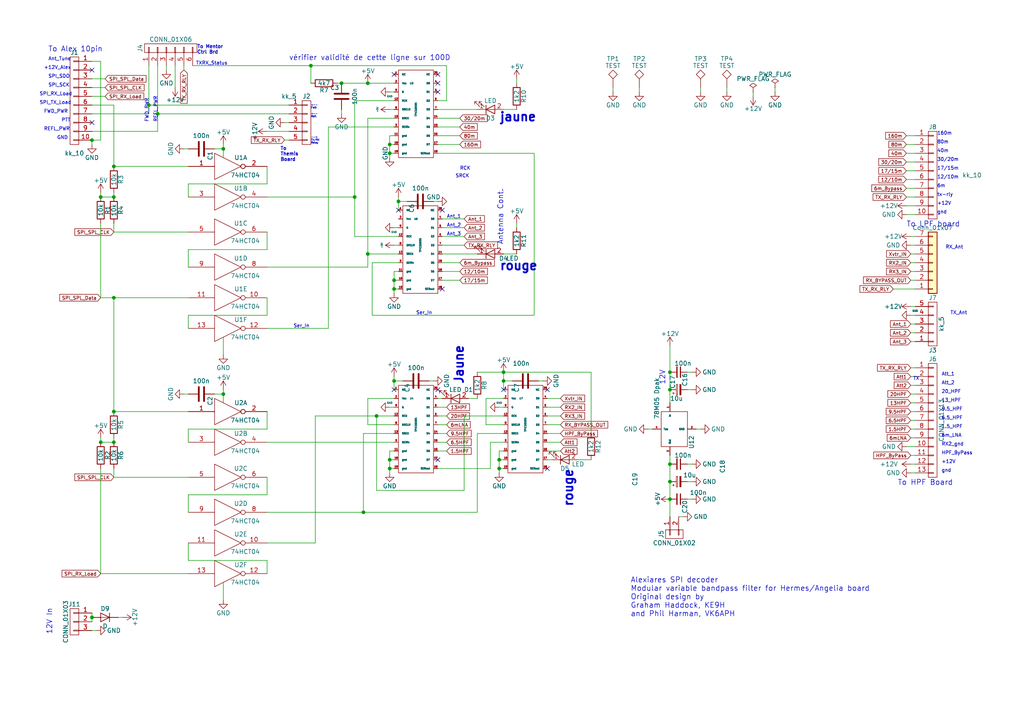
<source format=kicad_sch>
(kicad_sch (version 20211123) (generator eeschema)
  (paper "A4")
  (junction (at 115.57 58.42))
  (junction (at 33.02 119.38))
  (junction (at 26.67 40.64))
  (junction (at 106.68 24.13))
  (junction (at 64.77 114.3))
  (junction (at 33.02 128.27))
  (junction (at 146.05 110.49))
  (junction (at 105.41 148.59))
  (junction (at 90.17 19.05))
  (junction (at 113.03 135.89))
  (junction (at 106.68 73.66))
  (junction (at 114.3 110.49))
  (junction (at 194.31 144.78))
  (junction (at 26.67 179.07))
  (junction (at 114.3 83.82))
  (junction (at 45.72 33.02))
  (junction (at 99.06 24.13))
  (junction (at 33.02 48.26))
  (junction (at 113.03 44.45))
  (junction (at 109.22 120.65))
  (junction (at 146.05 107.95))
  (junction (at 33.02 86.36))
  (junction (at 194.31 113.03))
  (junction (at 114.3 81.28))
  (junction (at 113.03 133.35))
  (junction (at 194.31 139.7))
  (junction (at 113.03 41.91))
  (junction (at 102.87 57.15))
  (junction (at 194.31 107.95))
  (junction (at 43.18 30.48))
  (junction (at 194.31 134.62))
  (junction (at 144.78 135.89))
  (junction (at 33.02 57.15))
  (junction (at 29.21 57.15))
  (junction (at 64.77 43.18))
  (junction (at 144.78 133.35))
  (junction (at 29.21 128.27))
  (no_connect (at 26.67 35.56))
  (no_connect (at 127 133.35))
  (no_connect (at 128.27 83.82))
  (no_connect (at 26.67 20.32))
  (no_connect (at 114.3 21.59))
  (no_connect (at 158.75 135.89))
  (no_connect (at 146.05 113.03))
  (no_connect (at 127 24.13))
  (no_connect (at 115.57 60.96))
  (no_connect (at 127 21.59))
  (no_connect (at 128.27 60.96))
  (no_connect (at 127 26.67))
  (no_connect (at 114.3 113.03))
  (no_connect (at 158.75 113.03))
  (no_connect (at 127 113.03))
  (wire (pts (xy 162.56 118.11) (xy 158.75 118.11)))
  (wire (pts (xy 124.46 110.49) (xy 125.73 110.49)))
  (wire (pts (xy 54.61 72.39) (xy 54.61 77.47)))
  (wire (pts (xy 77.47 166.37) (xy 77.47 162.56)))
  (wire (pts (xy 54.61 43.18) (xy 53.34 43.18)))
  (wire (pts (xy 114.3 110.49) (xy 114.3 113.03)))
  (wire (pts (xy 77.47 95.25) (xy 95.25 95.25)))
  (wire (pts (xy 30.48 27.94) (xy 26.67 27.94)))
  (wire (pts (xy 64.77 41.91) (xy 64.77 43.18)))
  (wire (pts (xy 91.44 157.48) (xy 77.47 157.48)))
  (wire (pts (xy 127 29.21) (xy 129.54 29.21)))
  (wire (pts (xy 97.79 24.13) (xy 99.06 24.13)))
  (wire (pts (xy 77.47 91.44) (xy 54.61 91.44)))
  (wire (pts (xy 265.43 81.28) (xy 264.16 81.28)))
  (wire (pts (xy 54.61 91.44) (xy 54.61 95.25)))
  (wire (pts (xy 50.8 19.05) (xy 50.8 25.4)))
  (wire (pts (xy 262.89 129.54) (xy 265.43 129.54)))
  (wire (pts (xy 26.67 30.48) (xy 33.02 30.48)))
  (wire (pts (xy 43.18 19.05) (xy 43.18 30.48)))
  (wire (pts (xy 160.02 133.35) (xy 158.75 133.35)))
  (wire (pts (xy 114.3 118.11) (xy 113.03 118.11)))
  (wire (pts (xy 133.35 36.83) (xy 127 36.83)))
  (wire (pts (xy 113.03 135.89) (xy 113.03 137.16)))
  (wire (pts (xy 64.77 43.18) (xy 64.77 45.72)))
  (wire (pts (xy 102.87 29.21) (xy 102.87 57.15)))
  (wire (pts (xy 106.68 34.29) (xy 106.68 73.66)))
  (wire (pts (xy 140.97 115.57) (xy 146.05 115.57)))
  (wire (pts (xy 109.22 120.65) (xy 114.3 120.65)))
  (wire (pts (xy 77.47 86.36) (xy 77.47 91.44)))
  (wire (pts (xy 134.62 142.24) (xy 109.22 142.24)))
  (wire (pts (xy 90.17 24.13) (xy 90.17 19.05)))
  (wire (pts (xy 107.95 76.2) (xy 115.57 76.2)))
  (wire (pts (xy 113.03 130.81) (xy 113.03 133.35)))
  (wire (pts (xy 95.25 36.83) (xy 114.3 36.83)))
  (wire (pts (xy 114.3 81.28) (xy 114.3 83.82)))
  (wire (pts (xy 106.68 77.47) (xy 77.47 77.47)))
  (wire (pts (xy 82.55 35.56) (xy 83.82 35.56)))
  (wire (pts (xy 54.61 124.46) (xy 54.61 128.27)))
  (wire (pts (xy 54.61 67.31) (xy 33.02 67.31)))
  (wire (pts (xy 26.67 177.8) (xy 26.67 179.07)))
  (wire (pts (xy 162.56 125.73) (xy 158.75 125.73)))
  (wire (pts (xy 158.75 128.27) (xy 162.56 128.27)))
  (wire (pts (xy 77.47 53.34) (xy 54.61 53.34)))
  (wire (pts (xy 264.16 76.2) (xy 265.43 76.2)))
  (wire (pts (xy 114.3 109.22) (xy 114.3 110.49)))
  (wire (pts (xy 128.27 68.58) (xy 134.62 68.58)))
  (wire (pts (xy 133.35 39.37) (xy 127 39.37)))
  (wire (pts (xy 129.54 19.05) (xy 90.17 19.05)))
  (wire (pts (xy 194.31 134.62) (xy 194.31 139.7)))
  (wire (pts (xy 77.47 57.15) (xy 102.87 57.15)))
  (wire (pts (xy 146.05 123.19) (xy 140.97 123.19)))
  (wire (pts (xy 218.44 26.67) (xy 218.44 27.94)))
  (wire (pts (xy 262.89 57.15) (xy 265.43 57.15)))
  (wire (pts (xy 133.35 34.29) (xy 127 34.29)))
  (wire (pts (xy 48.26 20.32) (xy 48.26 19.05)))
  (wire (pts (xy 149.86 64.77) (xy 149.86 66.04)))
  (wire (pts (xy 45.72 33.02) (xy 45.72 38.1)))
  (wire (pts (xy 264.16 132.08) (xy 265.43 132.08)))
  (wire (pts (xy 33.02 86.36) (xy 54.61 86.36)))
  (wire (pts (xy 26.67 40.64) (xy 26.67 41.91)))
  (wire (pts (xy 264.16 99.06) (xy 265.43 99.06)))
  (wire (pts (xy 146.05 31.75) (xy 149.86 31.75)))
  (wire (pts (xy 265.43 109.22) (xy 264.16 109.22)))
  (wire (pts (xy 194.31 113.03) (xy 194.31 116.84)))
  (wire (pts (xy 264.16 137.16) (xy 265.43 137.16)))
  (wire (pts (xy 90.17 19.05) (xy 55.88 19.05)))
  (wire (pts (xy 134.62 120.65) (xy 134.62 142.24)))
  (wire (pts (xy 158.75 130.81) (xy 162.56 130.81)))
  (wire (pts (xy 224.79 25.4) (xy 224.79 26.67)))
  (wire (pts (xy 200.66 139.7) (xy 199.39 139.7)))
  (wire (pts (xy 129.54 118.11) (xy 127 118.11)))
  (wire (pts (xy 262.89 59.69) (xy 265.43 59.69)))
  (wire (pts (xy 264.16 121.92) (xy 265.43 121.92)))
  (wire (pts (xy 264.16 78.74) (xy 265.43 78.74)))
  (wire (pts (xy 128.27 71.12) (xy 134.62 71.12)))
  (wire (pts (xy 262.89 49.53) (xy 265.43 49.53)))
  (wire (pts (xy 156.21 110.49) (xy 157.48 110.49)))
  (wire (pts (xy 265.43 106.68) (xy 264.16 106.68)))
  (wire (pts (xy 77.47 48.26) (xy 77.47 53.34)))
  (wire (pts (xy 129.54 128.27) (xy 127 128.27)))
  (wire (pts (xy 29.21 40.64) (xy 26.67 40.64)))
  (wire (pts (xy 264.16 93.98) (xy 265.43 93.98)))
  (wire (pts (xy 133.35 81.28) (xy 128.27 81.28)))
  (wire (pts (xy 262.89 44.45) (xy 265.43 44.45)))
  (wire (pts (xy 106.68 24.13) (xy 114.3 24.13)))
  (wire (pts (xy 158.75 123.19) (xy 162.56 123.19)))
  (wire (pts (xy 265.43 83.82) (xy 259.08 83.82)))
  (wire (pts (xy 200.66 144.78) (xy 199.39 144.78)))
  (wire (pts (xy 127 44.45) (xy 154.94 44.45)))
  (wire (pts (xy 133.35 78.74) (xy 128.27 78.74)))
  (wire (pts (xy 115.57 78.74) (xy 114.3 78.74)))
  (wire (pts (xy 99.06 24.13) (xy 106.68 24.13)))
  (wire (pts (xy 29.21 135.89) (xy 29.21 166.37)))
  (wire (pts (xy 203.2 25.4) (xy 203.2 26.67)))
  (wire (pts (xy 146.05 107.95) (xy 146.05 110.49)))
  (wire (pts (xy 26.67 182.88) (xy 27.94 182.88)))
  (wire (pts (xy 64.77 114.3) (xy 64.77 116.84)))
  (wire (pts (xy 30.48 25.4) (xy 26.67 25.4)))
  (wire (pts (xy 106.68 34.29) (xy 114.3 34.29)))
  (wire (pts (xy 83.82 33.02) (xy 45.72 33.02)))
  (wire (pts (xy 200.66 134.62) (xy 199.39 134.62)))
  (wire (pts (xy 29.21 57.15) (xy 29.21 55.88)))
  (wire (pts (xy 45.72 19.05) (xy 45.72 33.02)))
  (wire (pts (xy 29.21 64.77) (xy 29.21 86.36)))
  (wire (pts (xy 200.66 107.95) (xy 199.39 107.95)))
  (wire (pts (xy 264.16 68.58) (xy 265.43 68.58)))
  (wire (pts (xy 114.3 39.37) (xy 113.03 39.37)))
  (wire (pts (xy 194.31 139.7) (xy 194.31 144.78)))
  (wire (pts (xy 146.05 125.73) (xy 138.43 125.73)))
  (wire (pts (xy 264.16 119.38) (xy 265.43 119.38)))
  (wire (pts (xy 264.16 124.46) (xy 265.43 124.46)))
  (wire (pts (xy 26.67 179.07) (xy 26.67 180.34)))
  (wire (pts (xy 77.47 119.38) (xy 77.47 124.46)))
  (wire (pts (xy 133.35 41.91) (xy 127 41.91)))
  (wire (pts (xy 113.03 44.45) (xy 113.03 45.72)))
  (wire (pts (xy 194.31 132.08) (xy 194.31 134.62)))
  (wire (pts (xy 29.21 128.27) (xy 29.21 127)))
  (wire (pts (xy 264.16 114.3) (xy 265.43 114.3)))
  (wire (pts (xy 91.44 120.65) (xy 91.44 157.48)))
  (wire (pts (xy 43.18 30.48) (xy 43.18 33.02)))
  (wire (pts (xy 77.47 67.31) (xy 77.47 72.39)))
  (wire (pts (xy 115.57 83.82) (xy 114.3 83.82)))
  (wire (pts (xy 198.12 149.86) (xy 196.85 149.86)))
  (wire (pts (xy 129.54 130.81) (xy 127 130.81)))
  (wire (pts (xy 114.3 29.21) (xy 102.87 29.21)))
  (wire (pts (xy 177.8 25.4) (xy 177.8 26.67)))
  (wire (pts (xy 53.34 19.05) (xy 53.34 20.32)))
  (wire (pts (xy 142.24 128.27) (xy 142.24 135.89)))
  (wire (pts (xy 33.02 67.31) (xy 33.02 64.77)))
  (wire (pts (xy 29.21 166.37) (xy 54.61 166.37)))
  (wire (pts (xy 194.31 107.95) (xy 194.31 113.03)))
  (wire (pts (xy 118.11 58.42) (xy 115.57 58.42)))
  (wire (pts (xy 91.44 120.65) (xy 109.22 120.65)))
  (wire (pts (xy 146.05 135.89) (xy 144.78 135.89)))
  (wire (pts (xy 106.68 123.19) (xy 114.3 123.19)))
  (wire (pts (xy 54.61 162.56) (xy 54.61 157.48)))
  (wire (pts (xy 125.73 58.42) (xy 127 58.42)))
  (wire (pts (xy 128.27 66.04) (xy 134.62 66.04)))
  (wire (pts (xy 26.67 17.78) (xy 29.21 17.78)))
  (wire (pts (xy 107.95 91.44) (xy 107.95 76.2)))
  (wire (pts (xy 262.89 54.61) (xy 265.43 54.61)))
  (wire (pts (xy 83.82 30.48) (xy 43.18 30.48)))
  (wire (pts (xy 115.57 81.28) (xy 114.3 81.28)))
  (wire (pts (xy 113.03 39.37) (xy 113.03 41.91)))
  (wire (pts (xy 189.23 124.46) (xy 187.96 124.46)))
  (wire (pts (xy 105.41 125.73) (xy 114.3 125.73)))
  (wire (pts (xy 83.82 40.64) (xy 82.55 40.64)))
  (wire (pts (xy 116.84 110.49) (xy 114.3 110.49)))
  (wire (pts (xy 185.42 25.4) (xy 185.42 26.67)))
  (wire (pts (xy 102.87 68.58) (xy 115.57 68.58)))
  (wire (pts (xy 210.82 25.4) (xy 210.82 26.67)))
  (wire (pts (xy 133.35 76.2) (xy 128.27 76.2)))
  (wire (pts (xy 29.21 86.36) (xy 33.02 86.36)))
  (wire (pts (xy 114.3 130.81) (xy 113.03 130.81)))
  (wire (pts (xy 64.77 168.91) (xy 64.77 173.99)))
  (wire (pts (xy 146.05 128.27) (xy 142.24 128.27)))
  (wire (pts (xy 200.66 113.03) (xy 199.39 113.03)))
  (wire (pts (xy 138.43 73.66) (xy 128.27 73.66)))
  (wire (pts (xy 33.02 128.27) (xy 29.21 128.27)))
  (wire (pts (xy 146.05 110.49) (xy 146.05 113.03)))
  (wire (pts (xy 146.05 107.95) (xy 171.45 107.95)))
  (wire (pts (xy 194.31 100.33) (xy 194.31 107.95)))
  (wire (pts (xy 144.78 135.89) (xy 144.78 137.16)))
  (wire (pts (xy 105.41 125.73) (xy 105.41 148.59)))
  (wire (pts (xy 127 135.89) (xy 142.24 135.89)))
  (wire (pts (xy 113.03 133.35) (xy 113.03 135.89)))
  (wire (pts (xy 138.43 125.73) (xy 138.43 148.59)))
  (wire (pts (xy 146.05 120.65) (xy 134.62 120.65)))
  (wire (pts (xy 33.02 138.43) (xy 33.02 135.89)))
  (wire (pts (xy 34.29 179.07) (xy 35.56 179.07)))
  (wire (pts (xy 115.57 58.42) (xy 115.57 60.96)))
  (wire (pts (xy 114.3 78.74) (xy 114.3 81.28)))
  (wire (pts (xy 33.02 119.38) (xy 54.61 119.38)))
  (wire (pts (xy 201.93 124.46) (xy 203.2 124.46)))
  (wire (pts (xy 146.05 73.66) (xy 149.86 73.66)))
  (wire (pts (xy 115.57 66.04) (xy 114.3 66.04)))
  (wire (pts (xy 54.61 143.51) (xy 54.61 148.59)))
  (wire (pts (xy 33.02 57.15) (xy 29.21 57.15)))
  (wire (pts (xy 264.16 71.12) (xy 265.43 71.12)))
  (wire (pts (xy 194.31 144.78) (xy 194.31 149.86)))
  (wire (pts (xy 144.78 118.11) (xy 146.05 118.11)))
  (wire (pts (xy 33.02 86.36) (xy 33.02 119.38)))
  (wire (pts (xy 129.54 123.19) (xy 127 123.19)))
  (wire (pts (xy 33.02 127) (xy 33.02 128.27)))
  (wire (pts (xy 262.89 52.07) (xy 265.43 52.07)))
  (wire (pts (xy 144.78 130.81) (xy 144.78 133.35)))
  (wire (pts (xy 262.89 62.23) (xy 265.43 62.23)))
  (wire (pts (xy 33.02 55.88) (xy 33.02 57.15)))
  (wire (pts (xy 129.54 120.65) (xy 127 120.65)))
  (wire (pts (xy 77.47 124.46) (xy 54.61 124.46)))
  (wire (pts (xy 114.3 135.89) (xy 113.03 135.89)))
  (wire (pts (xy 264.16 88.9) (xy 265.43 88.9)))
  (wire (pts (xy 114.3 41.91) (xy 113.03 41.91)))
  (wire (pts (xy 262.89 39.37) (xy 265.43 39.37)))
  (wire (pts (xy 106.68 73.66) (xy 115.57 73.66)))
  (wire (pts (xy 154.94 91.44) (xy 107.95 91.44)))
  (wire (pts (xy 264.16 134.62) (xy 265.43 134.62)))
  (wire (pts (xy 30.48 22.86) (xy 26.67 22.86)))
  (wire (pts (xy 128.27 63.5) (xy 134.62 63.5)))
  (wire (pts (xy 33.02 30.48) (xy 33.02 48.26)))
  (wire (pts (xy 264.16 73.66) (xy 265.43 73.66)))
  (wire (pts (xy 129.54 29.21) (xy 129.54 19.05)))
  (wire (pts (xy 64.77 97.79) (xy 64.77 102.87)))
  (wire (pts (xy 138.43 107.95) (xy 146.05 107.95)))
  (wire (pts (xy 95.25 95.25) (xy 95.25 36.83)))
  (wire (pts (xy 265.43 111.76) (xy 264.16 111.76)))
  (wire (pts (xy 115.57 57.15) (xy 115.57 58.42)))
  (wire (pts (xy 162.56 120.65) (xy 158.75 120.65)))
  (wire (pts (xy 54.61 53.34) (xy 54.61 57.15)))
  (wire (pts (xy 148.59 110.49) (xy 146.05 110.49)))
  (wire (pts (xy 109.22 142.24) (xy 109.22 120.65)))
  (wire (pts (xy 138.43 115.57) (xy 135.89 115.57)))
  (wire (pts (xy 264.16 127) (xy 265.43 127)))
  (wire (pts (xy 262.89 46.99) (xy 265.43 46.99)))
  (wire (pts (xy 144.78 133.35) (xy 144.78 135.89)))
  (wire (pts (xy 154.94 44.45) (xy 154.94 91.44)))
  (wire (pts (xy 105.41 148.59) (xy 77.47 148.59)))
  (wire (pts (xy 45.72 38.1) (xy 26.67 38.1)))
  (wire (pts (xy 102.87 57.15) (xy 102.87 68.58)))
  (wire (pts (xy 262.89 41.91) (xy 265.43 41.91)))
  (wire (pts (xy 128.27 115.57) (xy 127 115.57)))
  (wire (pts (xy 149.86 22.86) (xy 149.86 24.13)))
  (wire (pts (xy 114.3 133.35) (xy 113.03 133.35)))
  (wire (pts (xy 29.21 17.78) (xy 29.21 40.64)))
  (wire (pts (xy 62.23 114.3) (xy 64.77 114.3)))
  (wire (pts (xy 129.54 125.73) (xy 127 125.73)))
  (wire (pts (xy 77.47 72.39) (xy 54.61 72.39)))
  (wire (pts (xy 162.56 115.57) (xy 158.75 115.57)))
  (wire (pts (xy 64.77 113.03) (xy 64.77 114.3)))
  (wire (pts (xy 77.47 138.43) (xy 77.47 143.51)))
  (wire (pts (xy 264.16 116.84) (xy 265.43 116.84)))
  (wire (pts (xy 113.03 41.91) (xy 113.03 44.45)))
  (wire (pts (xy 115.57 71.12) (xy 114.3 71.12)))
  (wire (pts (xy 138.43 31.75) (xy 127 31.75)))
  (wire (pts (xy 83.82 38.1) (xy 77.47 38.1)))
  (wire (pts (xy 77.47 128.27) (xy 114.3 128.27)))
  (wire (pts (xy 146.05 130.81) (xy 144.78 130.81)))
  (wire (pts (xy 54.61 114.3) (xy 53.34 114.3)))
  (wire (pts (xy 77.47 162.56) (xy 54.61 162.56)))
  (wire (pts (xy 171.45 107.95) (xy 171.45 125.73)))
  (wire (pts (xy 54.61 138.43) (xy 33.02 138.43)))
  (wire (pts (xy 77.47 143.51) (xy 54.61 143.51)))
  (wire (pts (xy 62.23 43.18) (xy 64.77 43.18)))
  (wire (pts (xy 43.18 33.02) (xy 26.67 33.02)))
  (wire (pts (xy 114.3 115.57) (xy 106.68 115.57)))
  (wire (pts (xy 106.68 73.66) (xy 106.68 77.47)))
  (wire (pts (xy 114.3 31.75) (xy 113.03 31.75)))
  (wire (pts (xy 138.43 148.59) (xy 105.41 148.59)))
  (wire (pts (xy 167.64 133.35) (xy 171.45 133.35)))
  (wire (pts (xy 33.02 48.26) (xy 54.61 48.26)))
  (wire (pts (xy 106.68 115.57) (xy 106.68 123.19)))
  (wire (pts (xy 114.3 83.82) (xy 114.3 85.09)))
  (wire (pts (xy 264.16 91.44) (xy 265.43 91.44)))
  (wire (pts (xy 99.06 31.75) (xy 99.06 33.02)))
  (wire (pts (xy 146.05 133.35) (xy 144.78 133.35)))
  (wire (pts (xy 114.3 44.45) (xy 113.03 44.45)))
  (wire (pts (xy 140.97 123.19) (xy 140.97 115.57)))
  (wire (pts (xy 114.3 26.67) (xy 113.03 26.67)))
  (wire (pts (xy 264.16 96.52) (xy 265.43 96.52)))
  (text "20_HPF\n" (at 273.05 114.3 0) (effects (font (size 0.9906 0.9906)) (justify left bottom)))
  (text "SRCK\n\n" (at 132.08 53.34 0) (effects (font (size 0.9906 0.9906)) (justify left bottom)))
  (text "SPI_SDO\n" (at 13.97 22.86 0) (effects (font (size 0.9906 0.9906)) (justify left bottom)))
  (text "To HPF Board" (at 260.35 140.97 0) (effects (font (size 1.524 1.524)) (justify left bottom)))
  (text "160m" (at 271.78 39.37 0) (effects (font (size 0.9906 0.9906)) (justify left bottom)))
  (text "TX" (at 266.7 110.49 180) (effects (font (size 0.9906 0.9906)) (justify right bottom)))
  (text "FWD_PWR" (at 12.7 33.02 0) (effects (font (size 0.9906 0.9906)) (justify left bottom)))
  (text "Jaune" (at 134.62 111.76 90) (effects (font (size 2.54 2.54) (thickness 0.508) bold) (justify left bottom)))
  (text "17/15m\n" (at 271.78 49.53 0) (effects (font (size 0.9906 0.9906)) (justify left bottom)))
  (text "PTT" (at 17.78 35.56 0) (effects (font (size 0.9906 0.9906)) (justify left bottom)))
  (text "6.5_HPF" (at 273.05 121.92 0) (effects (font (size 0.9906 0.9906)) (justify left bottom)))
  (text "Ant_1\n" (at 129.54 63.5 0) (effects (font (size 0.9906 0.9906)) (justify left bottom)))
  (text "Antenna Cont." (at 146.05 71.12 90) (effects (font (size 1.524 1.524)) (justify left bottom)))
  (text "1.5_HPF\n" (at 273.05 124.46 0) (effects (font (size 0.9906 0.9906)) (justify left bottom)))
  (text "SPI_SCK\n" (at 13.97 25.4 0) (effects (font (size 0.9906 0.9906)) (justify left bottom)))
  (text "<--\nRefl" (at 90.17 34.29 0) (effects (font (size 0.508 0.508)) (justify left bottom)))
  (text "tx-rly\n" (at 271.78 57.15 0) (effects (font (size 0.9906 0.9906)) (justify left bottom)))
  (text "Ant_3\n" (at 129.54 68.58 0) (effects (font (size 0.9906 0.9906)) (justify left bottom)))
  (text "REFL_PWR\n" (at 12.7 38.1 0) (effects (font (size 0.9906 0.9906)) (justify left bottom)))
  (text "jaune\n" (at 144.78 35.56 0) (effects (font (size 2.54 2.54) (thickness 0.508) bold) (justify left bottom)))
  (text "9.5_HPF" (at 273.05 119.38 0) (effects (font (size 0.9906 0.9906)) (justify left bottom)))
  (text "80m\n" (at 271.78 41.91 0) (effects (font (size 0.9906 0.9906)) (justify left bottom)))
  (text "TXRX_Status" (at 66.04 19.05 180) (effects (font (size 0.9906 0.9906)) (justify right bottom)))
  (text "To\nThemis\nBoard" (at 81.28 46.99 0) (effects (font (size 0.9906 0.9906) (thickness 0.1981) bold) (justify left bottom)))
  (text "<--\nFWD" (at 90.17 31.75 0) (effects (font (size 0.508 0.508)) (justify left bottom)))
  (text "6m_LNA\n" (at 273.05 127 0) (effects (font (size 0.9906 0.9906)) (justify left bottom)))
  (text "Att_1\n" (at 273.05 109.22 0) (effects (font (size 0.9906 0.9906)) (justify left bottom)))
  (text "To Alex 10pin\n" (at 13.97 15.24 0) (effects (font (size 1.4986 1.4986)) (justify left bottom)))
  (text "gnd\n" (at 273.05 137.16 0) (effects (font (size 0.9906 0.9906)) (justify left bottom)))
  (text "12/10m" (at 271.78 52.07 0) (effects (font (size 0.9906 0.9906)) (justify left bottom)))
  (text "RCK\n" (at 133.35 49.53 0) (effects (font (size 0.9906 0.9906)) (justify left bottom)))
  (text "-->\nTX/RX\nRelay" (at 90.17 41.91 0) (effects (font (size 0.508 0.508)) (justify left bottom)))
  (text "30/20m\n" (at 271.78 46.99 0) (effects (font (size 0.9906 0.9906)) (justify left bottom)))
  (text "Ser_In" (at 120.65 91.44 0) (effects (font (size 0.9906 0.9906)) (justify left bottom)))
  (text "RX_Ant\n" (at 279.4 72.39 180) (effects (font (size 0.9906 0.9906)) (justify right bottom)))
  (text "GND\n" (at 16.51 40.64 0) (effects (font (size 0.9906 0.9906)) (justify left bottom)))
  (text "Alexiares SPI decoder\nModular variable bandpass filter for Hermes/Angelia board\nOriginal design by \nGraham Haddock, KE9H\nand Phil Harman, VK6APH" (at 182.88 179.07 0) (effects (font (size 1.524 1.524)) (justify left bottom)))
  (text "rouge\n" (at 166.37 147.32 90) (effects (font (size 2.54 2.54) (thickness 0.508) bold) (justify left bottom)))
  (text "Ant_Tune" (at 13.97 17.78 0) (effects (font (size 0.9906 0.9906)) (justify left bottom)))
  (text "RX2_gnd" (at 273.05 129.54 0) (effects (font (size 0.9906 0.9906)) (justify left bottom)))
  (text "40m\n" (at 271.78 44.45 0) (effects (font (size 0.9906 0.9906)) (justify left bottom)))
  (text "REFL_PWR" (at 45.72 35.56 90) (effects (font (size 0.9906 0.9906)) (justify left bottom)))
  (text "HPF_ByPass" (at 273.05 132.08 0) (effects (font (size 0.9906 0.9906)) (justify left bottom)))
  (text "+12V\n" (at 271.78 59.69 0) (effects (font (size 0.9906 0.9906)) (justify left bottom)))
  (text "12V\n" (at 193.04 111.76 90) (effects (font (size 1.524 1.524)) (justify left bottom)))
  (text "TX_Ant" (at 275.59 91.44 0) (effects (font (size 0.9906 0.9906)) (justify left bottom)))
  (text "SPI_RX_Load" (at 11.43 27.94 0) (effects (font (size 0.9906 0.9906)) (justify left bottom)))
  (text "FWD_PWR\n" (at 43.18 35.56 90) (effects (font (size 0.9906 0.9906)) (justify left bottom)))
  (text "12V In" (at 15.24 184.15 90) (effects (font (size 1.524 1.524)) (justify left bottom)))
  (text "Att_2" (at 273.05 111.76 0) (effects (font (size 0.9906 0.9906)) (justify left bottom)))
  (text "+12V\n" (at 273.05 134.62 0) (effects (font (size 0.9906 0.9906)) (justify left bottom)))
  (text "vérifier validité de cette ligne sur 100D\n" (at 83.82 17.78 0) (effects (font (size 1.524 1.524)) (justify left bottom)))
  (text "To Mentor\nCtrl Brd\n\n\n" (at 57.15 19.05 0) (effects (font (size 0.9906 0.9906) (thickness 0.1981) bold) (justify left bottom)))
  (text "+12V_Alex" (at 12.7 20.32 0) (effects (font (size 0.9906 0.9906)) (justify left bottom)))
  (text "gnd\n" (at 271.78 62.23 0) (effects (font (size 0.9906 0.9906)) (justify left bottom)))
  (text "Ser_In" (at 85.09 95.25 0) (effects (font (size 0.9906 0.9906)) (justify left bottom)))
  (text "SPI_TX_Load\n" (at 11.43 30.48 0) (effects (font (size 0.9906 0.9906)) (justify left bottom)))
  (text "Ant_2" (at 129.54 66.04 0) (effects (font (size 0.9906 0.9906)) (justify left bottom)))
  (text "To LPF board" (at 262.89 66.04 0) (effects (font (size 1.524 1.524)) (justify left bottom)))
  (text "rouge" (at 144.78 78.74 0) (effects (font (size 2.54 2.54) (thickness 0.508) bold) (justify left bottom)))
  (text "13_HPF" (at 273.05 116.84 0) (effects (font (size 0.9906 0.9906)) (justify left bottom)))
  (text "6m" (at 271.78 54.61 0) (effects (font (size 0.9906 0.9906)) (justify left bottom)))
  (global_label "HPF_ByPass" (shape input) (at 162.56 125.73 0) (effects (font (size 0.9906 0.9906))) (property "Intersheet References" "${INTERSHEET_REFS}" (effects hide)))
  (global_label "80m" (shape input) (at 262.89 41.91 180) (effects (font (size 0.9906 0.9906))) (property "Intersheet References" "${INTERSHEET_REFS}" (effects hide)))
  (global_label "20HPF" (shape input) (at 264.16 114.3 180) (effects (font (size 0.9906 0.9906))) (property "Intersheet References" "${INTERSHEET_REFS}" (effects hide)))
  (global_label "TX_RX_RLY" (shape input) (at 259.08 83.82 180) (effects (font (size 0.9906 0.9906))) (property "Intersheet References" "${INTERSHEET_REFS}" (effects hide)))
  (global_label "RX_BYPASS_OUT" (shape input) (at 162.56 123.19 0) (effects (font (size 0.9906 0.9906))) (property "Intersheet References" "${INTERSHEET_REFS}" (effects hide)))
  (global_label "40m" (shape input) (at 262.89 44.45 180) (effects (font (size 0.9906 0.9906))) (property "Intersheet References" "${INTERSHEET_REFS}" (effects hide)))
  (global_label "6.5HPF" (shape input) (at 264.16 121.92 180) (effects (font (size 0.9906 0.9906))) (property "Intersheet References" "${INTERSHEET_REFS}" (effects hide)))
  (global_label "13HPF" (shape input) (at 129.54 118.11 0) (effects (font (size 0.9906 0.9906))) (property "Intersheet References" "${INTERSHEET_REFS}" (effects hide)))
  (global_label "6m_Bypass" (shape input) (at 133.35 76.2 0) (effects (font (size 0.9906 0.9906))) (property "Intersheet References" "${INTERSHEET_REFS}" (effects hide)))
  (global_label "RX2_IN" (shape input) (at 264.16 76.2 180) (effects (font (size 0.9906 0.9906))) (property "Intersheet References" "${INTERSHEET_REFS}" (effects hide)))
  (global_label "Ant_1" (shape input) (at 134.62 63.5 0) (effects (font (size 0.9906 0.9906))) (property "Intersheet References" "${INTERSHEET_REFS}" (effects hide)))
  (global_label "6mLNA" (shape input) (at 264.16 127 180) (effects (font (size 0.9906 0.9906))) (property "Intersheet References" "${INTERSHEET_REFS}" (effects hide)))
  (global_label "HPF_ByPass" (shape input) (at 264.16 132.08 180) (effects (font (size 0.9906 0.9906))) (property "Intersheet References" "${INTERSHEET_REFS}" (effects hide)))
  (global_label "1.5HPF" (shape input) (at 129.54 130.81 0) (effects (font (size 0.9906 0.9906))) (property "Intersheet References" "${INTERSHEET_REFS}" (effects hide)))
  (global_label "6m_Bypass" (shape input) (at 262.89 54.61 180) (effects (font (size 0.9906 0.9906))) (property "Intersheet References" "${INTERSHEET_REFS}" (effects hide)))
  (global_label "30/20m" (shape input) (at 262.89 46.99 180) (effects (font (size 0.9906 0.9906))) (property "Intersheet References" "${INTERSHEET_REFS}" (effects hide)))
  (global_label "SPI_RX_Load" (shape input) (at 29.21 166.37 180) (effects (font (size 0.9906 0.9906))) (property "Intersheet References" "${INTERSHEET_REFS}" (effects hide)))
  (global_label "Xvtr_IN" (shape input) (at 162.56 115.57 0) (effects (font (size 0.9906 0.9906))) (property "Intersheet References" "${INTERSHEET_REFS}" (effects hide)))
  (global_label "SPI_SPL_Data" (shape input) (at 29.21 86.36 180) (effects (font (size 0.9906 0.9906))) (property "Intersheet References" "${INTERSHEET_REFS}" (effects hide)))
  (global_label "SPI_SPL_Data" (shape input) (at 30.48 22.86 0) (effects (font (size 0.9906 0.9906))) (property "Intersheet References" "${INTERSHEET_REFS}" (effects hide)))
  (global_label "RX_BYPASS_OUT" (shape input) (at 264.16 81.28 180) (effects (font (size 0.9906 0.9906))) (property "Intersheet References" "${INTERSHEET_REFS}" (effects hide)))
  (global_label "Att2" (shape input) (at 264.16 111.76 180) (effects (font (size 0.9906 0.9906))) (property "Intersheet References" "${INTERSHEET_REFS}" (effects hide)))
  (global_label "RX3_IN" (shape input) (at 162.56 120.65 0) (effects (font (size 0.9906 0.9906))) (property "Intersheet References" "${INTERSHEET_REFS}" (effects hide)))
  (global_label "SPI_SPL_CLK" (shape input) (at 30.48 25.4 0) (effects (font (size 0.9906 0.9906))) (property "Intersheet References" "${INTERSHEET_REFS}" (effects hide)))
  (global_label "1.5HPF" (shape input) (at 264.16 124.46 180) (effects (font (size 0.9906 0.9906))) (property "Intersheet References" "${INTERSHEET_REFS}" (effects hide)))
  (global_label "Xvtr_IN" (shape input) (at 264.16 73.66 180) (effects (font (size 0.9906 0.9906))) (property "Intersheet References" "${INTERSHEET_REFS}" (effects hide)))
  (global_label "Ant_3" (shape input) (at 134.62 68.58 0) (effects (font (size 0.9906 0.9906))) (property "Intersheet References" "${INTERSHEET_REFS}" (effects hide)))
  (global_label "Ant_3" (shape input) (at 264.16 99.06 180) (effects (font (size 0.9906 0.9906))) (property "Intersheet References" "${INTERSHEET_REFS}" (effects hide)))
  (global_label "TX_RX_RLY" (shape input) (at 82.55 40.64 180) (effects (font (size 0.9906 0.9906))) (property "Intersheet References" "${INTERSHEET_REFS}" (effects hide)))
  (global_label "TX_RX_RLY" (shape input) (at 134.62 71.12 0) (effects (font (size 0.9906 0.9906))) (property "Intersheet References" "${INTERSHEET_REFS}" (effects hide)))
  (global_label "Att2" (shape input) (at 162.56 130.81 0) (effects (font (size 0.9906 0.9906))) (property "Intersheet References" "${INTERSHEET_REFS}" (effects hide)))
  (global_label "Att1" (shape input) (at 264.16 109.22 180) (effects (font (size 0.9906 0.9906))) (property "Intersheet References" "${INTERSHEET_REFS}" (effects hide)))
  (global_label "80m" (shape input) (at 133.35 39.37 0) (effects (font (size 0.9906 0.9906))) (property "Intersheet References" "${INTERSHEET_REFS}" (effects hide)))
  (global_label "Ant_1" (shape input) (at 264.16 93.98 180) (effects (font (size 0.9906 0.9906))) (property "Intersheet References" "${INTERSHEET_REFS}" (effects hide)))
  (global_label "12/10m" (shape input) (at 262.89 52.07 180) (effects (font (size 0.9906 0.9906))) (property "Intersheet References" "${INTERSHEET_REFS}" (effects hide)))
  (global_label "12/10m" (shape input) (at 133.35 78.74 0) (effects (font (size 0.9906 0.9906))) (property "Intersheet References" "${INTERSHEET_REFS}" (effects hide)))
  (global_label "RX3_IN" (shape input) (at 264.16 78.74 180) (effects (font (size 0.9906 0.9906))) (property "Intersheet References" "${INTERSHEET_REFS}" (effects hide)))
  (global_label "40m" (shape input) (at 133.35 36.83 0) (effects (font (size 0.9906 0.9906))) (property "Intersheet References" "${INTERSHEET_REFS}" (effects hide)))
  (global_label "20HPF" (shape input) (at 129.54 120.65 0) (effects (font (size 0.9906 0.9906))) (property "Intersheet References" "${INTERSHEET_REFS}" (effects hide)))
  (global_label "Ant_2" (shape input) (at 264.16 96.52 180) (effects (font (size 0.9906 0.9906))) (property "Intersheet References" "${INTERSHEET_REFS}" (effects hide)))
  (global_label "6mLNA" (shape input) (at 129.54 123.19 0) (effects (font (size 0.9906 0.9906))) (property "Intersheet References" "${INTERSHEET_REFS}" (effects hide)))
  (global_label "SPI_SPL_CLK" (shape input) (at 33.02 67.31 180) (effects (font (size 0.9906 0.9906))) (property "Intersheet References" "${INTERSHEET_REFS}" (effects hide)))
  (global_label "6.5HPF" (shape input) (at 129.54 128.27 0) (effects (font (size 0.9906 0.9906))) (property "Intersheet References" "${INTERSHEET_REFS}" (effects hide)))
  (global_label "9.5HPF" (shape input) (at 264.16 119.38 180) (effects (font (size 0.9906 0.9906))) (property "Intersheet References" "${INTERSHEET_REFS}" (effects hide)))
  (global_label "160m" (shape input) (at 262.89 39.37 180) (effects (font (size 0.9906 0.9906))) (property "Intersheet References" "${INTERSHEET_REFS}" (effects hide)))
  (global_label "TX_RX_RLY" (shape input) (at 53.34 20.32 270) (effects (font (size 0.9906 0.9906))) (property "Intersheet References" "${INTERSHEET_REFS}" (effects hide)))
  (global_label "Ant_2" (shape input) (at 134.62 66.04 0) (effects (font (size 0.9906 0.9906))) (property "Intersheet References" "${INTERSHEET_REFS}" (effects hide)))
  (global_label "RX2_IN" (shape input) (at 162.56 118.11 0) (effects (font (size 0.9906 0.9906))) (property "Intersheet References" "${INTERSHEET_REFS}" (effects hide)))
  (global_label "SPI_RX_Load" (shape input) (at 30.48 27.94 0) (effects (font (size 0.9906 0.9906))) (property "Intersheet References" "${INTERSHEET_REFS}" (effects hide)))
  (global_label "17/15m" (shape input) (at 133.35 81.28 0) (effects (font (size 0.9906 0.9906))) (property "Intersheet References" "${INTERSHEET_REFS}" (effects hide)))
  (global_label "TX_RX_RLY" (shape input) (at 264.16 106.68 180) (effects (font (size 0.9906 0.9906))) (property "Intersheet References" "${INTERSHEET_REFS}" (effects hide)))
  (global_label "13HPF" (shape input) (at 264.16 116.84 180) (effects (font (size 0.9906 0.9906))) (property "Intersheet References" "${INTERSHEET_REFS}" (effects hide)))
  (global_label "17/15m" (shape input) (at 262.89 49.53 180) (effects (font (size 0.9906 0.9906))) (property "Intersheet References" "${INTERSHEET_REFS}" (effects hide)))
  (global_label "30/20m" (shape input) (at 133.35 34.29 0) (effects (font (size 0.9906 0.9906))) (property "Intersheet References" "${INTERSHEET_REFS}" (effects hide)))
  (global_label "SPI_SPL_CLK" (shape input) (at 33.02 138.43 180) (effects (font (size 0.9906 0.9906))) (property "Intersheet References" "${INTERSHEET_REFS}" (effects hide)))
  (global_label "160m" (shape input) (at 133.35 41.91 0) (effects (font (size 0.9906 0.9906))) (property "Intersheet References" "${INTERSHEET_REFS}" (effects hide)))
  (global_label "9.5HPF" (shape input) (at 129.54 125.73 0) (effects (font (size 0.9906 0.9906))) (property "Intersheet References" "${INTERSHEET_REFS}" (effects hide)))
  (global_label "Att1" (shape input) (at 162.56 128.27 0) (effects (font (size 0.9906 0.9906))) (property "Intersheet References" "${INTERSHEET_REFS}" (effects hide)))
  (global_label "TX_RX_RLY" (shape input) (at 262.89 57.15 180) (effects (font (size 0.9906 0.9906))) (property "Intersheet References" "${INTERSHEET_REFS}" (effects hide)))
  (symbol (lib_id "Alexandrie-rescue:CONN_01X10") (at 21.59 29.21 0) (mirror y) (unit 1)
    (property "Reference" "J1" (at 21.59 15.24 0))
    (property "Value" "kk_10" (at 21.59 44.45 0))
    (property "Footprint" "conn_kk100:kk100_22-23-2101" (effects hide))
  )
  (symbol (lib_id "Alexandrie-rescue:CONN_01X05") (at 88.9 35.56 0) (unit 1)
    (property "Reference" "J2" (at 88.9 27.94 0))
    (property "Value" "kk_5" (at 83.82 27.94 0))
    (property "Footprint" "conn_kk100:kk100_22-23-2051" (effects hide))
  )
  (symbol (lib_id "Alexandrie-rescue:74HCT04") (at 66.04 48.26 0) (unit 1)
    (property "Reference" "U1" (at 69.85 45.72 0))
    (property "Value" "74HCT04" (at 71.12 50.8 0))
    (property "Footprint" "Package_SO:SO-14_3.9x8.65mm_P1.27mm" (effects hide))
  )
  (symbol (lib_id "Alexandrie-rescue:74HCT04") (at 66.04 57.15 0) (unit 2)
    (property "Reference" "U1" (at 69.85 54.61 0))
    (property "Value" "74HCT04" (at 71.12 59.69 0))
    (property "Footprint" "Package_SO:SO-14_3.9x8.65mm_P1.27mm" (effects hide))
  )
  (symbol (lib_id "Alexandrie-rescue:74HCT04") (at 66.04 77.47 0) (unit 4)
    (property "Reference" "U1" (at 69.85 74.93 0))
    (property "Value" "74HCT04" (at 71.12 80.01 0))
    (property "Footprint" "Package_SO:SO-14_3.9x8.65mm_P1.27mm" (effects hide))
  )
  (symbol (lib_id "Alexandrie-rescue:74HCT04") (at 66.04 86.36 0) (unit 5)
    (property "Reference" "U1" (at 69.85 83.82 0))
    (property "Value" "74HCT04" (at 71.12 88.9 0))
    (property "Footprint" "Package_SO:SO-14_3.9x8.65mm_P1.27mm" (effects hide))
  )
  (symbol (lib_id "Alexandrie-rescue:74HCT04") (at 66.04 95.25 0) (unit 6)
    (property "Reference" "U1" (at 69.85 92.71 0))
    (property "Value" "74HCT04" (at 71.12 97.79 0))
    (property "Footprint" "Package_SO:SO-14_3.9x8.65mm_P1.27mm" (effects hide))
  )
  (symbol (lib_id "Alexandrie-rescue:R") (at 33.02 52.07 0) (unit 1)
    (property "Reference" "R3" (at 35.052 52.07 90))
    (property "Value" "10k" (at 33.02 52.07 90))
    (property "Footprint" "Resistor_SMD:R_0805_2012Metric_Pad1.20x1.40mm_HandSolder" (effects hide))
  )
  (symbol (lib_id "Alexandrie-rescue:R") (at 33.02 60.96 0) (unit 1)
    (property "Reference" "R4" (at 35.052 60.96 90))
    (property "Value" "10k" (at 33.02 60.96 90))
    (property "Footprint" "Resistor_SMD:R_0805_2012Metric_Pad1.20x1.40mm_HandSolder" (effects hide))
  )
  (symbol (lib_id "Alexandrie-rescue:R") (at 29.21 60.96 0) (unit 1)
    (property "Reference" "R1" (at 31.242 60.96 90))
    (property "Value" "10k" (at 29.21 60.96 90))
    (property "Footprint" "Resistor_SMD:R_0805_2012Metric_Pad1.20x1.40mm_HandSolder" (effects hide))
  )
  (symbol (lib_id "Alexandrie-rescue:74HCT04") (at 66.04 67.31 0) (unit 3)
    (property "Reference" "U1" (at 69.85 64.77 0))
    (property "Value" "74HCT04" (at 71.12 69.85 0))
    (property "Footprint" "Package_SO:SO-14_3.9x8.65mm_P1.27mm" (effects hide))
  )
  (symbol (lib_id "Alexandrie-rescue:GND") (at 26.67 41.91 0) (unit 1)
    (property "Reference" "#PWR01" (effects hide))
    (property "Value" "GND" (at 26.67 45.72 0))
  )
  (symbol (lib_id "Alexandrie-rescue:GND") (at 224.79 26.67 0) (unit 1)
    (property "Reference" "#PWR02" (effects hide))
    (property "Value" "GND" (at 224.79 30.48 0))
  )
  (symbol (lib_id "Alexandrie-rescue:GND") (at 48.26 20.32 0) (unit 1)
    (property "Reference" "#PWR03" (effects hide))
    (property "Value" "GND" (at 48.26 24.13 0))
  )
  (symbol (lib_id "Alexandrie-rescue:+12V") (at 50.8 25.4 180) (unit 1)
    (property "Reference" "#PWR04" (effects hide))
    (property "Value" "+12V" (at 50.8 28.956 0))
  )
  (symbol (lib_id "Alexandrie-rescue:GND") (at 64.77 102.87 0) (unit 1)
    (property "Reference" "#PWR05" (effects hide))
    (property "Value" "GND" (at 64.77 106.68 0))
  )
  (symbol (lib_id "Alexandrie-rescue:+5V") (at 64.77 41.91 0) (unit 1)
    (property "Reference" "#PWR06" (effects hide))
    (property "Value" "+5V" (at 64.77 38.354 0))
  )
  (symbol (lib_id "Alexandrie-rescue:C") (at 58.42 43.18 270) (unit 1)
    (property "Reference" "C1" (at 60.96 43.815 0) (effects (justify left)))
    (property "Value" "100n" (at 55.88 39.37 90) (effects (justify left)))
    (property "Footprint" "Capacitor_SMD:C_0805_2012Metric_Pad1.18x1.45mm_HandSolder" (effects hide))
  )
  (symbol (lib_id "Alexandrie-rescue:GND") (at 53.34 43.18 270) (unit 1)
    (property "Reference" "#PWR07" (effects hide))
    (property "Value" "GND" (at 49.53 43.18 0))
  )
  (symbol (lib_id "Alexandrie-rescue:R") (at 33.02 123.19 0) (unit 1)
    (property "Reference" "R5" (at 35.052 123.19 90))
    (property "Value" "10k" (at 33.02 123.19 90))
    (property "Footprint" "Resistor_SMD:R_0805_2012Metric_Pad1.20x1.40mm_HandSolder" (effects hide))
  )
  (symbol (lib_id "Alexandrie-rescue:R") (at 33.02 132.08 0) (unit 1)
    (property "Reference" "R6" (at 35.052 132.08 90))
    (property "Value" "10k" (at 33.02 132.08 90))
    (property "Footprint" "Resistor_SMD:R_0805_2012Metric_Pad1.20x1.40mm_HandSolder" (effects hide))
  )
  (symbol (lib_id "Alexandrie-rescue:GND") (at 64.77 173.99 0) (unit 1)
    (property "Reference" "#PWR08" (effects hide))
    (property "Value" "GND" (at 64.77 177.8 0))
  )
  (symbol (lib_id "Alexandrie-rescue:+5V") (at 64.77 113.03 0) (unit 1)
    (property "Reference" "#PWR09" (effects hide))
    (property "Value" "+5V" (at 64.77 109.474 0))
  )
  (symbol (lib_id "Alexandrie-rescue:C") (at 58.42 114.3 270) (unit 1)
    (property "Reference" "C2" (at 60.96 114.935 0) (effects (justify left)))
    (property "Value" "100n" (at 55.88 110.49 90) (effects (justify left)))
    (property "Footprint" "Capacitor_SMD:C_0805_2012Metric_Pad1.18x1.45mm_HandSolder" (effects hide))
  )
  (symbol (lib_id "Alexandrie-rescue:GND") (at 53.34 114.3 270) (unit 1)
    (property "Reference" "#PWR010" (effects hide))
    (property "Value" "GND" (at 49.53 114.3 0))
  )
  (symbol (lib_id "Alexandrie-rescue:R") (at 29.21 132.08 0) (unit 1)
    (property "Reference" "R2" (at 31.242 132.08 90))
    (property "Value" "10k" (at 29.21 132.08 90))
    (property "Footprint" "Resistor_SMD:R_0805_2012Metric_Pad1.20x1.40mm_HandSolder" (effects hide))
  )
  (symbol (lib_id "Alexandrie-rescue:+5V") (at 29.21 127 0) (unit 1)
    (property "Reference" "#PWR011" (effects hide))
    (property "Value" "+5V" (at 29.21 123.444 0))
  )
  (symbol (lib_id "Alexandrie-rescue:74HCT04") (at 66.04 119.38 0) (unit 1)
    (property "Reference" "U2" (at 69.85 116.84 0))
    (property "Value" "74HCT04" (at 71.12 121.92 0))
    (property "Footprint" "Package_SO:SO-14_3.9x8.65mm_P1.27mm" (effects hide))
  )
  (symbol (lib_id "Alexandrie-rescue:74HCT04") (at 66.04 138.43 0) (unit 3)
    (property "Reference" "U2" (at 69.85 135.89 0))
    (property "Value" "74HCT04" (at 71.12 140.97 0))
    (property "Footprint" "Package_SO:SO-14_3.9x8.65mm_P1.27mm" (effects hide))
  )
  (symbol (lib_id "Alexandrie-rescue:74HCT04") (at 66.04 148.59 0) (unit 4)
    (property "Reference" "U2" (at 69.85 146.05 0))
    (property "Value" "74HCT04" (at 71.12 151.13 0))
    (property "Footprint" "Package_SO:SO-14_3.9x8.65mm_P1.27mm" (effects hide))
  )
  (symbol (lib_id "Alexandrie-rescue:74HCT04") (at 66.04 157.48 0) (unit 5)
    (property "Reference" "U2" (at 69.85 154.94 0))
    (property "Value" "74HCT04" (at 71.12 160.02 0))
    (property "Footprint" "Package_SO:SO-14_3.9x8.65mm_P1.27mm" (effects hide))
  )
  (symbol (lib_id "Alexandrie-rescue:74HCT04") (at 66.04 166.37 0) (unit 6)
    (property "Reference" "U2" (at 69.85 163.83 0))
    (property "Value" "74HCT04" (at 71.12 168.91 0))
    (property "Footprint" "Package_SO:SO-14_3.9x8.65mm_P1.27mm" (effects hide))
  )
  (symbol (lib_id "Alexandrie-rescue:GND") (at 113.03 137.16 0) (unit 1)
    (property "Reference" "#PWR012" (effects hide))
    (property "Value" "GND" (at 113.03 140.97 0))
  )
  (symbol (lib_id "Alexandrie-rescue:GND") (at 144.78 137.16 0) (unit 1)
    (property "Reference" "#PWR013" (effects hide))
    (property "Value" "GND" (at 144.78 140.97 0))
  )
  (symbol (lib_id "Alexandrie-rescue:+5V") (at 114.3 109.22 0) (mirror y) (unit 1)
    (property "Reference" "#PWR014" (effects hide))
    (property "Value" "+5V" (at 114.3 105.664 0))
  )
  (symbol (lib_id "Alexandrie-rescue:C") (at 120.65 110.49 90) (mirror x) (unit 1)
    (property "Reference" "C4" (at 118.11 111.125 0) (effects (justify left)))
    (property "Value" "100n" (at 123.19 106.68 90) (effects (justify left)))
    (property "Footprint" "Capacitor_SMD:C_0805_2012Metric_Pad1.18x1.45mm_HandSolder" (effects hide))
  )
  (symbol (lib_id "Alexandrie-rescue:GND") (at 125.73 110.49 90) (mirror x) (unit 1)
    (property "Reference" "#PWR015" (effects hide))
    (property "Value" "GND" (at 129.54 110.49 0))
  )
  (symbol (lib_id "Alexandrie-rescue:+5V") (at 146.05 107.95 0) (mirror y) (unit 1)
    (property "Reference" "#PWR016" (effects hide))
    (property "Value" "+5V" (at 146.05 104.394 0))
  )
  (symbol (lib_id "Alexandrie-rescue:C") (at 152.4 110.49 90) (mirror x) (unit 1)
    (property "Reference" "C7" (at 149.86 111.125 0) (effects (justify left)))
    (property "Value" "100n" (at 153.67 105.41 90) (effects (justify left)))
    (property "Footprint" "Capacitor_SMD:C_0805_2012Metric_Pad1.18x1.45mm_HandSolder" (effects hide))
  )
  (symbol (lib_id "Alexandrie-rescue:GND") (at 157.48 110.49 90) (mirror x) (unit 1)
    (property "Reference" "#PWR017" (effects hide))
    (property "Value" "GND" (at 161.29 110.49 0))
  )
  (symbol (lib_id "Alexandrie-rescue:GND") (at 113.03 118.11 270) (unit 1)
    (property "Reference" "#PWR018" (effects hide))
    (property "Value" "GND" (at 113.03 116.84 90) (effects (font (size 0.508 0.508))))
  )
  (symbol (lib_id "Alexandrie-rescue:GND") (at 144.78 118.11 270) (unit 1)
    (property "Reference" "#PWR019" (effects hide))
    (property "Value" "GND" (at 144.78 116.84 90) (effects (font (size 0.508 0.508))))
  )
  (symbol (lib_id "Alexandrie-rescue:LED") (at 132.08 115.57 0) (mirror x) (unit 1)
    (property "Reference" "D1" (at 135.89 113.03 0))
    (property "Value" "LED" (at 132.08 113.03 0))
    (property "Footprint" "LED_SMD:LED_1206_3216Metric_Pad1.42x1.75mm_HandSolder" (effects hide))
  )
  (symbol (lib_id "Alexandrie-rescue:R") (at 138.43 111.76 0) (unit 1)
    (property "Reference" "R8" (at 140.462 111.76 90))
    (property "Value" "1k2" (at 138.43 111.76 90))
    (property "Footprint" "Resistor_SMD:R_0805_2012Metric_Pad1.20x1.40mm_HandSolder" (effects hide))
  )
  (symbol (lib_id "Alexandrie-rescue:LED") (at 163.83 133.35 0) (mirror x) (unit 1)
    (property "Reference" "D5" (at 163.83 135.89 0))
    (property "Value" "LED" (at 167.64 134.62 0))
    (property "Footprint" "LED_SMD:LED_1206_3216Metric_Pad1.42x1.75mm_HandSolder" (effects hide))
  )
  (symbol (lib_id "Alexandrie-rescue:R") (at 171.45 129.54 0) (unit 1)
    (property "Reference" "R12" (at 173.482 129.54 90))
    (property "Value" "1k2" (at 171.45 129.54 90))
    (property "Footprint" "Resistor_SMD:R_0805_2012Metric_Pad1.20x1.40mm_HandSolder" (effects hide))
  )
  (symbol (lib_id "Alexandrie-rescue:CP_Small") (at 196.85 139.7 90) (unit 1)
    (property "Reference" "C19" (at 184.15 140.97 0) (effects (justify left)))
    (property "Value" "10u" (at 201.93 137.795 90) (effects (justify left)))
    (property "Footprint" "Capacitors_Tantalum_SMD:CP_Tantalum_Case-C_EIA-6032-28_Hand" (effects hide))
  )
  (symbol (lib_id "Alexandrie-rescue:C_Small") (at 196.85 134.62 270) (unit 1)
    (property "Reference" "C18" (at 209.55 133.35 0) (effects (justify left)))
    (property "Value" "100n" (at 195.58 132.08 90) (effects (justify left)))
    (property "Footprint" "Capacitor_SMD:C_0805_2012Metric_Pad1.18x1.45mm_HandSolder" (effects hide))
  )
  (symbol (lib_id "Alexandrie-rescue:CP_Small") (at 196.85 113.03 90) (unit 1)
    (property "Reference" "C17" (at 195.072 112.776 0) (effects (justify left)))
    (property "Value" "10u" (at 198.12 115.57 90) (effects (justify left)))
    (property "Footprint" "Capacitors_Tantalum_SMD:CP_Tantalum_Case-C_EIA-6032-28_Hand" (effects hide))
  )
  (symbol (lib_id "Alexandrie-rescue:C_Small") (at 196.85 107.95 270) (unit 1)
    (property "Reference" "C16" (at 198.628 108.204 0) (effects (justify left)))
    (property "Value" "100n" (at 195.58 105.41 90) (effects (justify left)))
    (property "Footprint" "Capacitor_SMD:C_0805_2012Metric_Pad1.18x1.45mm_HandSolder" (effects hide))
  )
  (symbol (lib_id "Alexandrie-rescue:C_Small") (at 196.85 144.78 270) (unit 1)
    (property "Reference" "C20" (at 198.628 145.034 0) (effects (justify left)))
    (property "Value" "100n" (at 200.025 142.875 90) (effects (justify left)))
    (property "Footprint" "Capacitor_SMD:C_0805_2012Metric_Pad1.18x1.45mm_HandSolder" (effects hide))
  )
  (symbol (lib_id "Alexandrie-rescue:GND") (at 200.66 107.95 90) (unit 1)
    (property "Reference" "#PWR036" (effects hide))
    (property "Value" "GND" (at 205.74 107.95 90))
  )
  (symbol (lib_id "Alexandrie-rescue:GND") (at 200.66 134.62 90) (unit 1)
    (property "Reference" "#PWR037" (effects hide))
    (property "Value" "GND" (at 205.74 134.62 90))
  )
  (symbol (lib_id "Alexandrie-rescue:GND") (at 200.66 139.7 90) (unit 1)
    (property "Reference" "#PWR038" (effects hide))
    (property "Value" "GND" (at 205.74 139.7 90))
  )
  (symbol (lib_id "Alexandrie-rescue:GND") (at 200.66 144.78 90) (unit 1)
    (property "Reference" "#PWR039" (effects hide))
    (property "Value" "GND" (at 205.74 144.78 90))
  )
  (symbol (lib_id "Alexandrie-rescue:GND") (at 203.2 124.46 90) (unit 1)
    (property "Reference" "#PWR040" (effects hide))
    (property "Value" "GND" (at 208.28 124.46 90))
  )
  (symbol (lib_id "Alexandrie-rescue:GND") (at 187.96 124.46 270) (unit 1)
    (property "Reference" "#PWR041" (effects hide))
    (property "Value" "GND" (at 182.88 124.46 90))
  )
  (symbol (lib_id "Alexandrie-rescue:GND") (at 200.66 113.03 90) (unit 1)
    (property "Reference" "#PWR042" (effects hide))
    (property "Value" "GND" (at 205.74 113.03 90))
  )
  (symbol (lib_id "Alexandrie-rescue:CONN_01X02") (at 195.58 154.94 90) (mirror x) (unit 1)
    (property "Reference" "J5" (at 191.77 154.94 0))
    (property "Value" "CONN_01X02" (at 195.58 157.48 90))
    (property "Footprint" "conn_kk100:kk100_22-23-2021" (effects hide))
  )
  (symbol (lib_id "Alexandrie-rescue:GND") (at 198.12 149.86 90) (unit 1)
    (property "Reference" "#PWR043" (effects hide))
    (property "Value" "GND" (at 203.2 149.86 90))
  )
  (symbol (lib_id "Alexandrie-rescue:CONN_01X10") (at 270.51 50.8 0) (unit 1)
    (property "Reference" "J8" (at 270.51 36.83 0))
    (property "Value" "kk_10" (at 281.94 50.8 0))
    (property "Footprint" "conn_kk100:kk100_22-23-2101" (effects hide))
  )
  (symbol (lib_id "Alexandrie-rescue:+12V") (at 264.16 134.62 90) (unit 1)
    (property "Reference" "#PWR020" (effects hide))
    (property "Value" "+12V" (at 257.81 134.62 90))
  )
  (symbol (lib_id "Alexandrie-rescue:GND") (at 264.16 137.16 270) (unit 1)
    (property "Reference" "#PWR021" (effects hide))
    (property "Value" "GND" (at 259.08 137.16 90))
  )
  (symbol (lib_id "Alexandrie-rescue:+12V") (at 262.89 59.69 90) (unit 1)
    (property "Reference" "#PWR022" (effects hide))
    (property "Value" "+12V" (at 257.81 59.69 90))
  )
  (symbol (lib_id "Alexandrie-rescue:GND") (at 262.89 62.23 270) (unit 1)
    (property "Reference" "#PWR023" (effects hide))
    (property "Value" "GND" (at 257.81 62.23 90))
  )
  (symbol (lib_id "Alexandrie-rescue:74HCT04") (at 66.04 128.27 0) (unit 2)
    (property "Reference" "U2" (at 69.85 125.73 0))
    (property "Value" "74HCT04" (at 71.12 130.81 0))
    (property "Footprint" "Package_SO:SO-14_3.9x8.65mm_P1.27mm" (effects hide))
  )
  (symbol (lib_id "Alexandrie-rescue:+5V") (at 115.57 57.15 0) (mirror y) (unit 1)
    (property "Reference" "#PWR024" (effects hide))
    (property "Value" "+5V" (at 115.57 53.594 0))
  )
  (symbol (lib_id "Alexandrie-rescue:C") (at 121.92 58.42 90) (mirror x) (unit 1)
    (property "Reference" "C6" (at 119.38 59.055 0) (effects (justify left)))
    (property "Value" "100n" (at 124.46 54.61 90) (effects (justify left)))
    (property "Footprint" "Capacitor_SMD:C_0805_2012Metric_Pad1.18x1.45mm_HandSolder" (effects hide))
  )
  (symbol (lib_id "Alexandrie-rescue:GND") (at 127 58.42 90) (mirror x) (unit 1)
    (property "Reference" "#PWR025" (effects hide))
    (property "Value" "GND" (at 125.73 57.15 90))
  )
  (symbol (lib_id "Alexandrie-rescue:+5V") (at 106.68 24.13 0) (mirror y) (unit 1)
    (property "Reference" "#PWR026" (effects hide))
    (property "Value" "+5V" (at 106.68 20.574 0))
  )
  (symbol (lib_id "Alexandrie-rescue:LED") (at 142.24 73.66 0) (mirror x) (unit 1)
    (property "Reference" "D4" (at 146.05 74.93 0))
    (property "Value" "LED" (at 148.59 74.93 0))
    (property "Footprint" "LED_SMD:LED_1206_3216Metric_Pad1.42x1.75mm_HandSolder" (effects hide))
  )
  (symbol (lib_id "Alexandrie-rescue:R") (at 149.86 69.85 0) (unit 1)
    (property "Reference" "R11" (at 151.892 69.85 90))
    (property "Value" "1k2" (at 149.86 69.85 90))
    (property "Footprint" "Resistor_SMD:R_0805_2012Metric_Pad1.20x1.40mm_HandSolder" (effects hide))
  )
  (symbol (lib_id "Alexandrie-rescue:+5V") (at 149.86 64.77 0) (mirror y) (unit 1)
    (property "Reference" "#PWR027" (effects hide))
    (property "Value" "+5V" (at 149.86 61.214 0))
  )
  (symbol (lib_id "Alexandrie-rescue:LED") (at 142.24 31.75 0) (mirror x) (unit 1)
    (property "Reference" "D3" (at 142.24 34.29 0))
    (property "Value" "LED" (at 142.24 29.21 0))
    (property "Footprint" "LED_SMD:LED_1206_3216Metric_Pad1.42x1.75mm_HandSolder" (effects hide))
  )
  (symbol (lib_id "Alexandrie-rescue:R") (at 149.86 27.94 0) (unit 1)
    (property "Reference" "R10" (at 151.892 27.94 90))
    (property "Value" "1k2" (at 149.86 27.94 90))
    (property "Footprint" "Resistor_SMD:R_0805_2012Metric_Pad1.20x1.40mm_HandSolder" (effects hide))
  )
  (symbol (lib_id "Alexandrie-rescue:+5V") (at 149.86 22.86 0) (mirror y) (unit 1)
    (property "Reference" "#PWR028" (effects hide))
    (property "Value" "+5V" (at 149.86 19.304 0))
  )
  (symbol (lib_id "Alexandrie-rescue:GND") (at 113.03 45.72 0) (unit 1)
    (property "Reference" "#PWR029" (effects hide))
    (property "Value" "GND" (at 111.76 44.45 90))
  )
  (symbol (lib_id "Alexandrie-rescue:GND") (at 114.3 85.09 0) (unit 1)
    (property "Reference" "#PWR030" (effects hide))
    (property "Value" "GND" (at 114.3 88.9 0))
  )
  (symbol (lib_id "Alexandrie-rescue:GND") (at 114.3 66.04 270) (unit 1)
    (property "Reference" "#PWR031" (effects hide))
    (property "Value" "GND" (at 114.3 67.31 90) (effects (font (size 0.508 0.508))))
  )
  (symbol (lib_id "Alexandrie-rescue:GND") (at 113.03 26.67 270) (unit 1)
    (property "Reference" "#PWR032" (effects hide))
    (property "Value" "GND" (at 113.03 27.94 90) (effects (font (size 0.508 0.508))))
  )
  (symbol (lib_id "Alexandrie-rescue:+5V") (at 114.3 71.12 90) (mirror x) (unit 1)
    (property "Reference" "#PWR033" (effects hide))
    (property "Value" "+5V" (at 110.744 71.12 0) (effects (font (size 0.508 0.508))))
  )
  (symbol (lib_id "Alexandrie-rescue:+5V") (at 113.03 31.75 90) (mirror x) (unit 1)
    (property "Reference" "#PWR034" (effects hide))
    (property "Value" "+5V" (at 109.474 31.75 0) (effects (font (size 0.508 0.508))))
  )
  (symbol (lib_id "Alexandrie-rescue:R") (at 93.98 24.13 270) (unit 1)
    (property "Reference" "R7" (at 93.98 26.162 90))
    (property "Value" "4k7" (at 93.98 24.13 90))
    (property "Footprint" "Resistor_SMD:R_0805_2012Metric_Pad1.20x1.40mm_HandSolder" (effects hide))
  )
  (symbol (lib_id "Alexandrie-rescue:PWR_FLAG") (at 224.79 25.4 0) (unit 1)
    (property "Reference" "#FLG035" (effects hide))
    (property "Value" "PWR_FLAG" (at 224.79 21.59 0))
  )
  (symbol (lib_id "Alexandrie-rescue:C") (at 99.06 27.94 0) (mirror y) (unit 1)
    (property "Reference" "C3" (at 98.425 25.4 0) (effects (justify left)))
    (property "Value" "100n" (at 102.87 30.48 90) (effects (justify left)))
    (property "Footprint" "Capacitor_SMD:C_0805_2012Metric_Pad1.18x1.45mm_HandSolder" (effects hide))
  )
  (symbol (lib_id "Alexandrie-rescue:GND") (at 99.06 33.02 0) (mirror y) (unit 1)
    (property "Reference" "#PWR044" (effects hide))
    (property "Value" "GND" (at 99.06 36.83 0))
  )
  (symbol (lib_id "Alexandrie-rescue:CONN_01X06") (at 49.53 13.97 90) (unit 1)
    (property "Reference" "J4" (at 40.64 13.97 0))
    (property "Value" "CONN_01X06" (at 49.53 11.43 90))
    (property "Footprint" "conn_kk100:kk100_22-23-2061" (effects hide))
  )
  (symbol (lib_id "Alexandrie-rescue:GND") (at 82.55 35.56 270) (unit 1)
    (property "Reference" "#PWR045" (effects hide))
    (property "Value" "GND" (at 78.74 35.56 0))
  )
  (symbol (lib_id "Alexandrie-rescue:+12V") (at 77.47 38.1 90) (unit 1)
    (property "Reference" "#PWR046" (effects hide))
    (property "Value" "+12V" (at 73.914 38.1 0))
  )
  (symbol (lib_id "tpic6b595:TPIC6B595") (at 120.65 31.75 0) (unit 1)
    (property "Reference" "U3" (at 119.38 24.13 0) (effects (font (size 0.508 0.508))))
    (property "Value" "TPIC6B595" (at 120.65 31.75 90) (effects (font (size 0.508 0.508))))
    (property "Footprint" "Package_SO:SO-20_12.8x7.5mm_P1.27mm" (effects hide))
  )
  (symbol (lib_id "tpic6b595:TPIC6B595") (at 121.92 71.12 0) (unit 1)
    (property "Reference" "U6" (at 120.65 63.5 0) (effects (font (size 0.508 0.508))))
    (property "Value" "TPIC6B595" (at 121.92 71.12 90) (effects (font (size 0.508 0.508))))
    (property "Footprint" "Package_SO:SO-20_12.8x7.5mm_P1.27mm" (effects hide))
  )
  (symbol (lib_id "tpic6b595:TPIC6B595") (at 120.65 123.19 0) (unit 1)
    (property "Reference" "U4" (at 119.38 115.57 0) (effects (font (size 0.508 0.508))))
    (property "Value" "TPIC6B595" (at 120.65 123.19 90) (effects (font (size 0.508 0.508))))
    (property "Footprint" "Package_SO:SO-20_12.8x7.5mm_P1.27mm" (effects hide))
  )
  (symbol (lib_id "tpic6b595:TPIC6B595") (at 152.4 123.19 0) (unit 1)
    (property "Reference" "U7" (at 151.13 115.57 0) (effects (font (size 0.508 0.508))))
    (property "Value" "TPIC6B595" (at 152.4 123.19 90) (effects (font (size 0.508 0.508))))
    (property "Footprint" "Package_SO:SO-20_12.8x7.5mm_P1.27mm" (effects hide))
  )
  (symbol (lib_id "Alexandrie-rescue:TEST") (at 177.8 25.4 0) (unit 1)
    (property "Reference" "TP1" (at 177.8 17.78 0) (effects (justify bottom)))
    (property "Value" "TEST" (at 177.8 19.05 0))
    (property "Footprint" "Mounting_Holes:MountingHole_3.5mm_Pad" (effects hide))
  )
  (symbol (lib_id "Alexandrie-rescue:TEST") (at 185.42 25.4 0) (unit 1)
    (property "Reference" "TP2" (at 185.42 17.78 0) (effects (justify bottom)))
    (property "Value" "TEST" (at 185.42 19.05 0))
    (property "Footprint" "Mounting_Holes:MountingHole_3.5mm_Pad" (effects hide))
  )
  (symbol (lib_id "Alexandrie-rescue:GND") (at 185.42 26.67 0) (unit 1)
    (property "Reference" "#PWR047" (effects hide))
    (property "Value" "GND" (at 185.42 30.48 0))
  )
  (symbol (lib_id "Alexandrie-rescue:GND") (at 177.8 26.67 0) (unit 1)
    (property "Reference" "#PWR048" (effects hide))
    (property "Value" "GND" (at 177.8 30.48 0))
  )
  (symbol (lib_id "Alexandrie-rescue:+12V") (at 194.31 100.33 0) (unit 1)
    (property "Reference" "#PWR049" (effects hide))
    (property "Value" "+12V" (at 194.31 96.774 0))
  )
  (symbol (lib_id "7805d-pack:7805D-Pack") (at 195.58 124.46 90) (mirror x) (unit 1)
    (property "Reference" "U12" (at 200.5584 128.27 0))
    (property "Value" "78M05 Dpak" (at 190.5 115.57 0))
    (property "Footprint" "TO_SOT_Packages_SMD:TO-263-3_TabPin4" (effects hide))
  )
  (symbol (lib_id "Alexandrie-rescue:TEST") (at 203.2 25.4 0) (unit 1)
    (property "Reference" "TP3" (at 203.2 17.78 0) (effects (justify bottom)))
    (property "Value" "TEST" (at 203.2 19.05 0))
    (property "Footprint" "Mounting_Holes:MountingHole_3.5mm_Pad" (effects hide))
  )
  (symbol (lib_id "Alexandrie-rescue:TEST") (at 210.82 25.4 0) (unit 1)
    (property "Reference" "TP4" (at 210.82 17.78 0) (effects (justify bottom)))
    (property "Value" "TEST" (at 210.82 19.05 0))
    (property "Footprint" "Mounting_Holes:MountingHole_3.5mm_Pad" (effects hide))
  )
  (symbol (lib_id "Alexandrie-rescue:GND") (at 210.82 26.67 0) (unit 1)
    (property "Reference" "#PWR050" (effects hide))
    (property "Value" "GND" (at 210.82 30.48 0))
  )
  (symbol (lib_id "Alexandrie-rescue:GND") (at 203.2 26.67 0) (unit 1)
    (property "Reference" "#PWR051" (effects hide))
    (property "Value" "GND" (at 203.2 30.48 0))
  )
  (symbol (lib_id "Alexandrie-rescue:CONN_01X03") (at 21.59 180.34 0) (mirror y) (unit 1)
    (property "Reference" "J11" (at 21.59 175.26 0))
    (property "Value" "CONN_01X03" (at 19.05 180.34 90))
    (property "Footprint" "conn_kk100:kk100_22-23-2031" (effects hide))
  )
  (symbol (lib_id "Alexandrie-rescue:+12V") (at 35.56 179.07 270) (mirror x) (unit 1)
    (property "Reference" "#PWR052" (effects hide))
    (property "Value" "+12V" (at 39.116 179.07 0))
  )
  (symbol (lib_id "Alexandrie-rescue:GND") (at 27.94 182.88 90) (mirror x) (unit 1)
    (property "Reference" "#PWR053" (effects hide))
    (property "Value" "GND" (at 33.02 182.88 90))
  )
  (symbol (lib_id "Alexandrie-rescue:D") (at 30.48 179.07 0) (mirror y) (unit 1)
    (property "Reference" "D9" (at 30.48 176.53 0))
    (property "Value" "D" (at 30.48 181.61 0))
    (property "Footprint" "Diodes_SMD:D_SMB_Handsoldering" (effects hide))
  )
  (symbol (lib_id "Alexandrie-rescue:+12V") (at 218.44 27.94 180) (unit 1)
    (property "Reference" "#PWR054" (effects hide))
    (property "Value" "+12V" (at 218.44 31.496 0))
  )
  (symbol (lib_id "Alexandrie-rescue:PWR_FLAG") (at 218.44 26.67 0) (unit 1)
    (property "Reference" "#FLG055" (effects hide))
    (property "Value" "PWR_FLAG" (at 218.44 22.86 0))
  )
  (symbol (lib_id "Alexandrie-rescue:GND") (at 264.16 71.12 270) (mirror x) (unit 1)
    (property "Reference" "#PWR056" (effects hide))
    (property "Value" "GND" (at 259.08 71.12 90))
  )
  (symbol (lib_id "Alexandrie-rescue:+12V") (at 264.16 68.58 90) (mirror x) (unit 1)
    (property "Reference" "#PWR057" (effects hide))
    (property "Value" "+12V" (at 259.08 68.58 90))
  )
  (symbol (lib_id "Alexandrie-rescue:+5V") (at 194.31 144.78 90) (mirror x) (unit 1)
    (property "Reference" "#PWR060" (effects hide))
    (property "Value" "+5V" (at 190.754 144.78 0))
  )
  (symbol (lib_id "Alexandrie-rescue:CONN_01X05") (at 270.51 93.98 0) (mirror x) (unit 1)
    (property "Reference" "J3" (at 270.51 101.6 0))
    (property "Value" "kk_5" (at 273.05 93.98 90))
    (property "Footprint" "conn_kk100:kk100_22-23-2051" (effects hide))
  )
  (symbol (lib_id "Alexandrie-rescue:GND") (at 264.16 91.44 270) (mirror x) (unit 1)
    (property "Reference" "#PWR058" (effects hide))
    (property "Value" "GND" (at 265.43 90.17 90) (effects (font (size 0.508 0.508))))
  )
  (symbol (lib_id "Alexandrie-rescue:+12V") (at 264.16 88.9 90) (mirror x) (unit 1)
    (property "Reference" "#PWR059" (effects hide))
    (property "Value" "+12V" (at 259.08 88.9 90))
  )
  (symbol (lib_id "Alexandrie-rescue:+5V") (at 29.21 55.88 0) (unit 1)
    (property "Reference" "#PWR062" (effects hide))
    (property "Value" "+5V" (at 29.21 52.324 0))
  )
  (symbol (lib_id "Alexandrie-rescue:CONN_01X13") (at 270.51 121.92 0) (unit 1)
    (property "Reference" "J6" (at 270.51 104.14 0))
    (property "Value" "CONN_01X13" (at 273.05 121.92 90))
    (property "Footprint" "conn_kk100:kk100_22-23-2131" (effects hide))
  )
  (symbol (lib_id "Alexandrie-rescue:GND") (at 262.89 129.54 270) (unit 1)
    (property "Reference" "#PWR061" (effects hide))
    (property "Value" "GND" (at 257.81 129.54 90))
  )
  (symbol (lib_id "Alexandrie-rescue:Conn_01x07") (at 270.51 76.2 0) (mirror x) (unit 1)
    (property "Reference" "J7" (at 270.51 86.36 0))
    (property "Value" "Conn_01x07" (at 270.51 66.04 0))
    (property "Footprint" "Connectors_Molex:Molex_KK-6410-07_07x2.54mm_Straight" (effects hide))
  )
)
</source>
